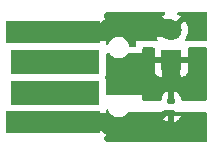
<source format=gbr>
%TF.GenerationSoftware,KiCad,Pcbnew,8.0.3*%
%TF.CreationDate,2024-07-13T19:46:09-07:00*%
%TF.ProjectId,Ultra_Light_II,556c7472-615f-44c6-9967-68745f49492e,rev?*%
%TF.SameCoordinates,PX87782d0PY5923d30*%
%TF.FileFunction,Copper,L1,Top*%
%TF.FilePolarity,Positive*%
%FSLAX46Y46*%
G04 Gerber Fmt 4.6, Leading zero omitted, Abs format (unit mm)*
G04 Created by KiCad (PCBNEW 8.0.3) date 2024-07-13 19:46:09*
%MOMM*%
%LPD*%
G01*
G04 APERTURE LIST*
G04 Aperture macros list*
%AMRoundRect*
0 Rectangle with rounded corners*
0 $1 Rounding radius*
0 $2 $3 $4 $5 $6 $7 $8 $9 X,Y pos of 4 corners*
0 Add a 4 corners polygon primitive as box body*
4,1,4,$2,$3,$4,$5,$6,$7,$8,$9,$2,$3,0*
0 Add four circle primitives for the rounded corners*
1,1,$1+$1,$2,$3*
1,1,$1+$1,$4,$5*
1,1,$1+$1,$6,$7*
1,1,$1+$1,$8,$9*
0 Add four rect primitives between the rounded corners*
20,1,$1+$1,$2,$3,$4,$5,0*
20,1,$1+$1,$4,$5,$6,$7,0*
20,1,$1+$1,$6,$7,$8,$9,0*
20,1,$1+$1,$8,$9,$2,$3,0*%
G04 Aperture macros list end*
%TA.AperFunction,SMDPad,CuDef*%
%ADD10RoundRect,0.135000X-0.185000X0.135000X-0.185000X-0.135000X0.185000X-0.135000X0.185000X0.135000X0*%
%TD*%
%TA.AperFunction,ComponentPad*%
%ADD11R,1.800000X1.800000*%
%TD*%
%TA.AperFunction,ComponentPad*%
%ADD12C,1.800000*%
%TD*%
%TA.AperFunction,ConnectorPad*%
%ADD13R,8.000000X1.900000*%
%TD*%
%TA.AperFunction,ConnectorPad*%
%ADD14R,7.500000X2.000000*%
%TD*%
%TA.AperFunction,Conductor*%
%ADD15C,1.500000*%
%TD*%
%TA.AperFunction,Conductor*%
%ADD16C,0.500000*%
%TD*%
G04 APERTURE END LIST*
D10*
%TO.P,R1,1*%
%TO.N,Net-(D1-K)*%
X14950000Y-8020000D03*
%TO.P,R1,2*%
%TO.N,GND*%
X14950000Y-9040000D03*
%TD*%
D11*
%TO.P,D1,1,K*%
%TO.N,Net-(D1-K)*%
X14950000Y-4570000D03*
D12*
%TO.P,D1,2,A*%
%TO.N,+5V*%
X14950000Y-2030000D03*
%TD*%
D13*
%TO.P,J1,1,VBUS*%
%TO.N,+5V*%
X4900000Y-2220000D03*
D14*
%TO.P,J1,2,D-*%
%TO.N,unconnected-(J1-D--Pad2)*%
X5150000Y-4730000D03*
%TO.P,J1,3,D+*%
%TO.N,unconnected-(J1-D+-Pad3)*%
X5150000Y-7330000D03*
D13*
%TO.P,J1,4,GND*%
%TO.N,GND*%
X4900000Y-9840000D03*
%TD*%
D15*
%TO.N,+5V*%
X9620000Y-1880000D02*
X14800000Y-1880000D01*
X4900000Y-2220000D02*
X9280000Y-2220000D01*
X14800000Y-1880000D02*
X14950000Y-2030000D01*
X9280000Y-2220000D02*
X9620000Y-1880000D01*
%TO.N,Net-(D1-K)*%
X14950000Y-5950000D02*
X15000000Y-6000000D01*
D16*
X14950000Y-8020000D02*
X14950000Y-5950000D01*
D15*
X14950000Y-4570000D02*
X14950000Y-5950000D01*
%TO.N,GND*%
X9340000Y-9840000D02*
X9500000Y-10000000D01*
X9500000Y-10000000D02*
X9680000Y-10180000D01*
X13320000Y-10180000D02*
X13500000Y-10000000D01*
D16*
X14460000Y-9040000D02*
X13500000Y-10000000D01*
D15*
X9680000Y-10180000D02*
X13320000Y-10180000D01*
D16*
X14950000Y-9040000D02*
X14460000Y-9040000D01*
D15*
X4900000Y-9840000D02*
X9340000Y-9840000D01*
%TD*%
%TA.AperFunction,Conductor*%
%TO.N,+5V*%
G36*
X14417548Y-520185D02*
G01*
X14463303Y-572989D01*
X14473247Y-642147D01*
X14444222Y-705703D01*
X14390773Y-741781D01*
X14385703Y-743521D01*
X14385697Y-743523D01*
X14181650Y-853949D01*
X14151200Y-877647D01*
X14861415Y-1587861D01*
X14776306Y-1610667D01*
X14673694Y-1669910D01*
X14589910Y-1753694D01*
X14530667Y-1856306D01*
X14507861Y-1941415D01*
X13798811Y-1232365D01*
X13714516Y-1361390D01*
X13621317Y-1573864D01*
X13564361Y-1798781D01*
X13545202Y-2029994D01*
X13545202Y-2030005D01*
X13564361Y-2261218D01*
X13621317Y-2486135D01*
X13714515Y-2698606D01*
X13786102Y-2808178D01*
X13806289Y-2875068D01*
X13787109Y-2942253D01*
X13734651Y-2988404D01*
X13682293Y-3000000D01*
X12000000Y-3000000D01*
X12000000Y-3376000D01*
X11980315Y-3443039D01*
X11927511Y-3488794D01*
X11876000Y-3500000D01*
X11513939Y-3500000D01*
X11446900Y-3480315D01*
X11401145Y-3427511D01*
X11392322Y-3400192D01*
X11371419Y-3295113D01*
X11365894Y-3267334D01*
X11325371Y-3169501D01*
X11298016Y-3103459D01*
X11298009Y-3103446D01*
X11199464Y-2955965D01*
X11199461Y-2955961D01*
X11074038Y-2830538D01*
X11074034Y-2830535D01*
X10926553Y-2731990D01*
X10926540Y-2731983D01*
X10762667Y-2664106D01*
X10762658Y-2664103D01*
X10588694Y-2629500D01*
X10588691Y-2629500D01*
X10411309Y-2629500D01*
X10411306Y-2629500D01*
X10237341Y-2664103D01*
X10237332Y-2664106D01*
X10073459Y-2731983D01*
X10073446Y-2731990D01*
X9925965Y-2830535D01*
X9925961Y-2830538D01*
X9800538Y-2955961D01*
X9800535Y-2955965D01*
X9701990Y-3103446D01*
X9701983Y-3103459D01*
X9638561Y-3256578D01*
X9594721Y-3310982D01*
X9528427Y-3333047D01*
X9460727Y-3315768D01*
X9413116Y-3264631D01*
X9400000Y-3209126D01*
X9400000Y-2470000D01*
X9000000Y-2470000D01*
X9000000Y-1970000D01*
X9400000Y-1970000D01*
X9400000Y-1222172D01*
X9399999Y-1222155D01*
X9393598Y-1162627D01*
X9393596Y-1162620D01*
X9343354Y-1027913D01*
X9343350Y-1027906D01*
X9251875Y-905712D01*
X9253759Y-904301D01*
X9226384Y-854168D01*
X9231368Y-784476D01*
X9259863Y-740136D01*
X9463183Y-536816D01*
X9524505Y-503334D01*
X9550862Y-500500D01*
X14350509Y-500500D01*
X14417548Y-520185D01*
G37*
%TD.AperFunction*%
%TA.AperFunction,Conductor*%
G36*
X17942539Y-520185D02*
G01*
X17988294Y-572989D01*
X17999500Y-624500D01*
X17999500Y-2876000D01*
X17979815Y-2943039D01*
X17927011Y-2988794D01*
X17875500Y-3000000D01*
X16217707Y-3000000D01*
X16150668Y-2980315D01*
X16104913Y-2927511D01*
X16094969Y-2858353D01*
X16113898Y-2808178D01*
X16185484Y-2698606D01*
X16278682Y-2486135D01*
X16335638Y-2261218D01*
X16354798Y-2030005D01*
X16354798Y-2029994D01*
X16335638Y-1798781D01*
X16278682Y-1573864D01*
X16185484Y-1361393D01*
X16101186Y-1232365D01*
X15392137Y-1941413D01*
X15369333Y-1856306D01*
X15310090Y-1753694D01*
X15226306Y-1669910D01*
X15123694Y-1610667D01*
X15038584Y-1587861D01*
X15748797Y-877647D01*
X15748797Y-877645D01*
X15718360Y-853955D01*
X15718354Y-853951D01*
X15514302Y-743523D01*
X15514296Y-743521D01*
X15509227Y-741781D01*
X15452212Y-701395D01*
X15426082Y-636595D01*
X15439134Y-567955D01*
X15487223Y-517268D01*
X15549491Y-500500D01*
X17875500Y-500500D01*
X17942539Y-520185D01*
G37*
%TD.AperFunction*%
%TD*%
%TA.AperFunction,Conductor*%
%TO.N,Net-(D1-K)*%
G36*
X13493039Y-3519685D02*
G01*
X13538794Y-3572489D01*
X13550000Y-3624000D01*
X13550000Y-4320000D01*
X14574722Y-4320000D01*
X14530667Y-4396306D01*
X14500000Y-4510756D01*
X14500000Y-4629244D01*
X14530667Y-4743694D01*
X14574722Y-4820000D01*
X13550000Y-4820000D01*
X13550000Y-5517844D01*
X13556401Y-5577372D01*
X13556403Y-5577379D01*
X13606645Y-5712086D01*
X13606649Y-5712093D01*
X13692809Y-5827187D01*
X13692812Y-5827190D01*
X13807906Y-5913350D01*
X13807913Y-5913354D01*
X13942620Y-5963596D01*
X13942627Y-5963598D01*
X14002155Y-5969999D01*
X14002172Y-5970000D01*
X14700000Y-5970000D01*
X14700000Y-4945277D01*
X14776306Y-4989333D01*
X14890756Y-5020000D01*
X15009244Y-5020000D01*
X15123694Y-4989333D01*
X15200000Y-4945277D01*
X15200000Y-5970000D01*
X15897828Y-5970000D01*
X15897844Y-5969999D01*
X15957372Y-5963598D01*
X15957379Y-5963596D01*
X16092086Y-5913354D01*
X16092093Y-5913350D01*
X16207187Y-5827190D01*
X16207190Y-5827187D01*
X16293350Y-5712093D01*
X16293354Y-5712086D01*
X16343596Y-5577379D01*
X16343598Y-5577372D01*
X16349999Y-5517844D01*
X16350000Y-5517827D01*
X16350000Y-4820000D01*
X15325278Y-4820000D01*
X15369333Y-4743694D01*
X15400000Y-4629244D01*
X15400000Y-4510756D01*
X15369333Y-4396306D01*
X15325278Y-4320000D01*
X16350000Y-4320000D01*
X16350000Y-3624000D01*
X16369685Y-3556961D01*
X16422489Y-3511206D01*
X16474000Y-3500000D01*
X17875500Y-3500000D01*
X17942539Y-3519685D01*
X17988294Y-3572489D01*
X17999500Y-3624000D01*
X17999500Y-7876000D01*
X17979815Y-7943039D01*
X17927011Y-7988794D01*
X17875500Y-8000000D01*
X15894000Y-8000000D01*
X15826961Y-7980315D01*
X15781206Y-7927511D01*
X15770000Y-7876000D01*
X15770000Y-7820879D01*
X15769999Y-7820864D01*
X15767167Y-7784876D01*
X15767166Y-7784870D01*
X15722407Y-7630811D01*
X15722406Y-7630808D01*
X15640738Y-7492714D01*
X15640731Y-7492705D01*
X15527294Y-7379268D01*
X15527285Y-7379261D01*
X15389191Y-7297593D01*
X15389188Y-7297592D01*
X15235130Y-7252834D01*
X15200000Y-7250068D01*
X15200000Y-8000000D01*
X14700000Y-8000000D01*
X14700000Y-7250068D01*
X14699999Y-7250068D01*
X14664869Y-7252834D01*
X14664868Y-7252834D01*
X14510811Y-7297592D01*
X14510808Y-7297593D01*
X14372714Y-7379261D01*
X14372705Y-7379268D01*
X14259268Y-7492705D01*
X14259261Y-7492714D01*
X14177593Y-7630808D01*
X14177592Y-7630811D01*
X14132833Y-7784870D01*
X14132832Y-7784876D01*
X14130000Y-7820864D01*
X14130000Y-7876000D01*
X14110315Y-7943039D01*
X14057511Y-7988794D01*
X14006000Y-8000000D01*
X12624000Y-8000000D01*
X12556961Y-7980315D01*
X12511206Y-7927511D01*
X12500000Y-7876000D01*
X12500000Y-7500000D01*
X9524500Y-7500000D01*
X9457461Y-7480315D01*
X9411706Y-7427511D01*
X9400500Y-7376000D01*
X9400499Y-6282129D01*
X9400498Y-6282123D01*
X9394091Y-6222518D01*
X9394091Y-6222517D01*
X9343796Y-6087669D01*
X9343794Y-6087666D01*
X9340696Y-6079360D01*
X9342426Y-6078714D01*
X9329902Y-6021163D01*
X9341691Y-5981011D01*
X9340696Y-5980640D01*
X9343794Y-5972333D01*
X9343796Y-5972331D01*
X9394091Y-5837483D01*
X9400500Y-5777873D01*
X9400499Y-4123999D01*
X9420184Y-4056961D01*
X9472987Y-4011206D01*
X9524499Y-4000000D01*
X9664743Y-4000000D01*
X9731782Y-4019685D01*
X9767843Y-4055107D01*
X9791359Y-4090301D01*
X9800537Y-4104037D01*
X9925961Y-4229461D01*
X9925965Y-4229464D01*
X10073446Y-4328009D01*
X10073459Y-4328016D01*
X10196363Y-4378923D01*
X10237334Y-4395894D01*
X10237336Y-4395894D01*
X10237341Y-4395896D01*
X10411304Y-4430499D01*
X10411307Y-4430500D01*
X10411309Y-4430500D01*
X10588693Y-4430500D01*
X10588694Y-4430499D01*
X10646682Y-4418964D01*
X10762658Y-4395896D01*
X10762661Y-4395894D01*
X10762666Y-4395894D01*
X10926547Y-4328013D01*
X11074035Y-4229464D01*
X11199464Y-4104035D01*
X11232155Y-4055108D01*
X11285766Y-4010305D01*
X11335257Y-4000000D01*
X12500000Y-4000000D01*
X12500000Y-3624000D01*
X12519685Y-3556961D01*
X12572489Y-3511206D01*
X12624000Y-3500000D01*
X13426000Y-3500000D01*
X13493039Y-3519685D01*
G37*
%TD.AperFunction*%
%TD*%
%TA.AperFunction,Conductor*%
%TO.N,GND*%
G36*
X9605203Y-8757160D02*
G01*
X9638561Y-8803421D01*
X9701983Y-8956541D01*
X9701990Y-8956553D01*
X9800535Y-9104034D01*
X9800538Y-9104038D01*
X9925961Y-9229461D01*
X9925965Y-9229464D01*
X10073446Y-9328009D01*
X10073459Y-9328016D01*
X10196363Y-9378923D01*
X10237334Y-9395894D01*
X10237336Y-9395894D01*
X10237341Y-9395896D01*
X10411304Y-9430499D01*
X10411307Y-9430500D01*
X10411309Y-9430500D01*
X10588693Y-9430500D01*
X10588694Y-9430499D01*
X10646682Y-9418964D01*
X10762658Y-9395896D01*
X10762661Y-9395894D01*
X10762666Y-9395894D01*
X10926547Y-9328013D01*
X10983437Y-9290000D01*
X14137156Y-9290000D01*
X14177595Y-9429194D01*
X14259261Y-9567285D01*
X14259268Y-9567294D01*
X14372705Y-9680731D01*
X14372714Y-9680738D01*
X14510808Y-9762406D01*
X14510811Y-9762407D01*
X14664871Y-9807166D01*
X14664877Y-9807167D01*
X14700000Y-9809931D01*
X14700000Y-9809930D01*
X15200000Y-9809930D01*
X15235122Y-9807167D01*
X15235128Y-9807166D01*
X15389188Y-9762407D01*
X15389191Y-9762406D01*
X15527285Y-9680738D01*
X15527294Y-9680731D01*
X15640731Y-9567294D01*
X15640738Y-9567285D01*
X15722404Y-9429194D01*
X15762844Y-9290000D01*
X15200000Y-9290000D01*
X15200000Y-9809930D01*
X14700000Y-9809930D01*
X14700000Y-9290000D01*
X14137156Y-9290000D01*
X10983437Y-9290000D01*
X11074035Y-9229464D01*
X11199464Y-9104035D01*
X11277570Y-8987140D01*
X11331181Y-8942337D01*
X11400505Y-8933630D01*
X11463533Y-8963784D01*
X11468352Y-8968352D01*
X11500000Y-9000000D01*
X17875500Y-9000000D01*
X17942539Y-9019685D01*
X17988294Y-9072489D01*
X17999500Y-9124000D01*
X17999500Y-11425500D01*
X17979815Y-11492539D01*
X17927011Y-11538294D01*
X17875500Y-11549500D01*
X9600862Y-11549500D01*
X9533823Y-11529815D01*
X9513181Y-11513181D01*
X9286073Y-11286073D01*
X9252588Y-11224750D01*
X9257572Y-11155058D01*
X9274488Y-11124081D01*
X9343350Y-11032093D01*
X9343354Y-11032086D01*
X9393596Y-10897379D01*
X9393598Y-10897372D01*
X9399999Y-10837844D01*
X9400000Y-10837827D01*
X9400000Y-10090000D01*
X9000000Y-10090000D01*
X9000000Y-9590000D01*
X9400000Y-9590000D01*
X9400000Y-8850873D01*
X9419685Y-8783834D01*
X9472489Y-8738079D01*
X9541647Y-8728135D01*
X9605203Y-8757160D01*
G37*
%TD.AperFunction*%
%TD*%
M02*

</source>
